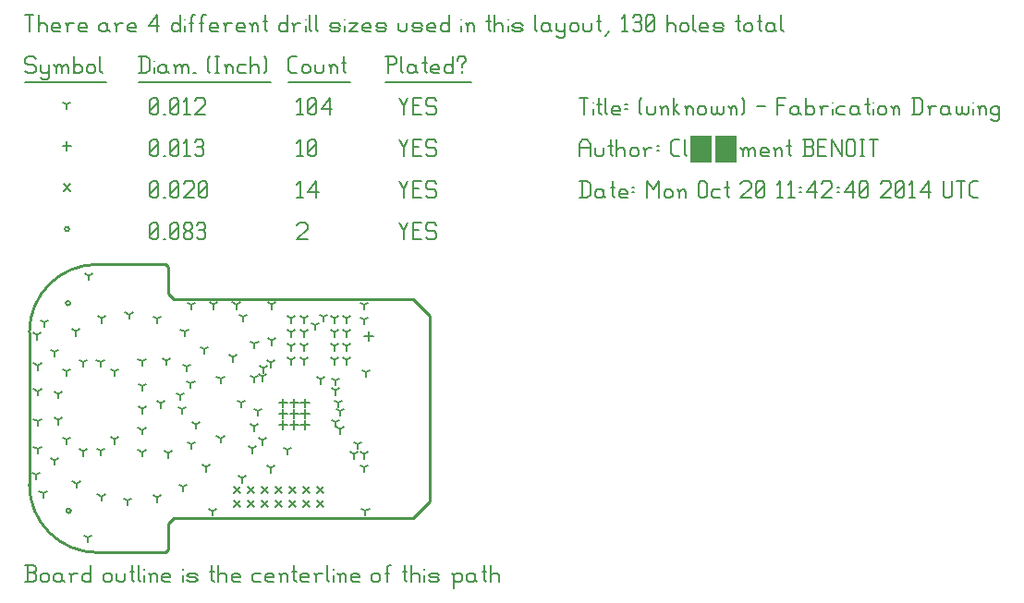
<source format=gbr>
G04 start of page 10 for group -3984 idx -3984 *
G04 Title: (unknown), fab *
G04 Creator: pcb 20140316 *
G04 CreationDate: Mon Oct 20 11:42:40 2014 UTC *
G04 For: clemi *
G04 Format: Gerber/RS-274X *
G04 PCB-Dimensions (mil): 1470.00 1065.00 *
G04 PCB-Coordinate-Origin: lower left *
%MOIN*%
%FSLAX25Y25*%
%LNFAB*%
%ADD92C,0.0001*%
%ADD91C,0.0100*%
%ADD90C,0.0075*%
%ADD89C,0.0060*%
%ADD88R,0.0080X0.0080*%
G54D88*X14700Y91000D02*G75*G03X16300Y91000I800J0D01*G01*
G75*G03X14700Y91000I-800J0D01*G01*
X14800Y16000D02*G75*G03X16400Y16000I800J0D01*G01*
G75*G03X14800Y16000I-800J0D01*G01*
X14200Y117750D02*G75*G03X15800Y117750I800J0D01*G01*
G75*G03X14200Y117750I-800J0D01*G01*
G54D89*X135000Y120000D02*X136500Y117000D01*
X138000Y120000D01*
X136500Y117000D02*Y114000D01*
X139800Y117300D02*X142050D01*
X139800Y114000D02*X142800D01*
X139800Y120000D02*Y114000D01*
Y120000D02*X142800D01*
X147600D02*X148350Y119250D01*
X145350Y120000D02*X147600D01*
X144600Y119250D02*X145350Y120000D01*
X144600Y119250D02*Y117750D01*
X145350Y117000D01*
X147600D01*
X148350Y116250D01*
Y114750D01*
X147600Y114000D02*X148350Y114750D01*
X145350Y114000D02*X147600D01*
X144600Y114750D02*X145350Y114000D01*
X98000Y119250D02*X98750Y120000D01*
X101000D01*
X101750Y119250D01*
Y117750D01*
X98000Y114000D02*X101750Y117750D01*
X98000Y114000D02*X101750D01*
X45000Y114750D02*X45750Y114000D01*
X45000Y119250D02*Y114750D01*
Y119250D02*X45750Y120000D01*
X47250D01*
X48000Y119250D01*
Y114750D01*
X47250Y114000D02*X48000Y114750D01*
X45750Y114000D02*X47250D01*
X45000Y115500D02*X48000Y118500D01*
X49800Y114000D02*X50550D01*
X52350Y114750D02*X53100Y114000D01*
X52350Y119250D02*Y114750D01*
Y119250D02*X53100Y120000D01*
X54600D01*
X55350Y119250D01*
Y114750D01*
X54600Y114000D02*X55350Y114750D01*
X53100Y114000D02*X54600D01*
X52350Y115500D02*X55350Y118500D01*
X57150Y114750D02*X57900Y114000D01*
X57150Y115950D02*Y114750D01*
Y115950D02*X58200Y117000D01*
X59100D01*
X60150Y115950D01*
Y114750D01*
X59400Y114000D02*X60150Y114750D01*
X57900Y114000D02*X59400D01*
X57150Y118050D02*X58200Y117000D01*
X57150Y119250D02*Y118050D01*
Y119250D02*X57900Y120000D01*
X59400D01*
X60150Y119250D01*
Y118050D01*
X59100Y117000D02*X60150Y118050D01*
X61950Y119250D02*X62700Y120000D01*
X64200D01*
X64950Y119250D01*
X64200Y114000D02*X64950Y114750D01*
X62700Y114000D02*X64200D01*
X61950Y114750D02*X62700Y114000D01*
Y117300D02*X64200D01*
X64950Y119250D02*Y118050D01*
Y116550D02*Y114750D01*
Y116550D02*X64200Y117300D01*
X64950Y118050D02*X64200Y117300D01*
X75300Y19700D02*X77700Y17300D01*
X75300D02*X77700Y19700D01*
X80300D02*X82700Y17300D01*
X80300D02*X82700Y19700D01*
X85300D02*X87700Y17300D01*
X85300D02*X87700Y19700D01*
X90300D02*X92700Y17300D01*
X90300D02*X92700Y19700D01*
X95300D02*X97700Y17300D01*
X95300D02*X97700Y19700D01*
X100300D02*X102700Y17300D01*
X100300D02*X102700Y19700D01*
X105300D02*X107700Y17300D01*
X105300D02*X107700Y19700D01*
X105300Y24700D02*X107700Y22300D01*
X105300D02*X107700Y24700D01*
X100300D02*X102700Y22300D01*
X100300D02*X102700Y24700D01*
X95300D02*X97700Y22300D01*
X95300D02*X97700Y24700D01*
X90300D02*X92700Y22300D01*
X90300D02*X92700Y24700D01*
X85300D02*X87700Y22300D01*
X85300D02*X87700Y24700D01*
X80300D02*X82700Y22300D01*
X80300D02*X82700Y24700D01*
X75300D02*X77700Y22300D01*
X75300D02*X77700Y24700D01*
X13800Y133950D02*X16200Y131550D01*
X13800D02*X16200Y133950D01*
X135000Y135000D02*X136500Y132000D01*
X138000Y135000D01*
X136500Y132000D02*Y129000D01*
X139800Y132300D02*X142050D01*
X139800Y129000D02*X142800D01*
X139800Y135000D02*Y129000D01*
Y135000D02*X142800D01*
X147600D02*X148350Y134250D01*
X145350Y135000D02*X147600D01*
X144600Y134250D02*X145350Y135000D01*
X144600Y134250D02*Y132750D01*
X145350Y132000D01*
X147600D01*
X148350Y131250D01*
Y129750D01*
X147600Y129000D02*X148350Y129750D01*
X145350Y129000D02*X147600D01*
X144600Y129750D02*X145350Y129000D01*
X98000Y133800D02*X99200Y135000D01*
Y129000D01*
X98000D02*X100250D01*
X102050Y131250D02*X105050Y135000D01*
X102050Y131250D02*X105800D01*
X105050Y135000D02*Y129000D01*
X45000Y129750D02*X45750Y129000D01*
X45000Y134250D02*Y129750D01*
Y134250D02*X45750Y135000D01*
X47250D01*
X48000Y134250D01*
Y129750D01*
X47250Y129000D02*X48000Y129750D01*
X45750Y129000D02*X47250D01*
X45000Y130500D02*X48000Y133500D01*
X49800Y129000D02*X50550D01*
X52350Y129750D02*X53100Y129000D01*
X52350Y134250D02*Y129750D01*
Y134250D02*X53100Y135000D01*
X54600D01*
X55350Y134250D01*
Y129750D01*
X54600Y129000D02*X55350Y129750D01*
X53100Y129000D02*X54600D01*
X52350Y130500D02*X55350Y133500D01*
X57150Y134250D02*X57900Y135000D01*
X60150D01*
X60900Y134250D01*
Y132750D01*
X57150Y129000D02*X60900Y132750D01*
X57150Y129000D02*X60900D01*
X62700Y129750D02*X63450Y129000D01*
X62700Y134250D02*Y129750D01*
Y134250D02*X63450Y135000D01*
X64950D01*
X65700Y134250D01*
Y129750D01*
X64950Y129000D02*X65700Y129750D01*
X63450Y129000D02*X64950D01*
X62700Y130500D02*X65700Y133500D01*
X123839Y80600D02*Y77400D01*
X122239Y79000D02*X125439D01*
X100937Y56537D02*Y53337D01*
X99337Y54937D02*X102537D01*
X97000Y56537D02*Y53337D01*
X95400Y54937D02*X98600D01*
X93063Y56537D02*Y53337D01*
X91463Y54937D02*X94663D01*
X100937Y52600D02*Y49400D01*
X99337Y51000D02*X102537D01*
X97000Y52600D02*Y49400D01*
X95400Y51000D02*X98600D01*
X93063Y52600D02*Y49400D01*
X91463Y51000D02*X94663D01*
X100937Y48663D02*Y45463D01*
X99337Y47063D02*X102537D01*
X97000Y48663D02*Y45463D01*
X95400Y47063D02*X98600D01*
X93063Y48663D02*Y45463D01*
X91463Y47063D02*X94663D01*
X15000Y149350D02*Y146150D01*
X13400Y147750D02*X16600D01*
X135000Y150000D02*X136500Y147000D01*
X138000Y150000D01*
X136500Y147000D02*Y144000D01*
X139800Y147300D02*X142050D01*
X139800Y144000D02*X142800D01*
X139800Y150000D02*Y144000D01*
Y150000D02*X142800D01*
X147600D02*X148350Y149250D01*
X145350Y150000D02*X147600D01*
X144600Y149250D02*X145350Y150000D01*
X144600Y149250D02*Y147750D01*
X145350Y147000D01*
X147600D01*
X148350Y146250D01*
Y144750D01*
X147600Y144000D02*X148350Y144750D01*
X145350Y144000D02*X147600D01*
X144600Y144750D02*X145350Y144000D01*
X98000Y148800D02*X99200Y150000D01*
Y144000D01*
X98000D02*X100250D01*
X102050Y144750D02*X102800Y144000D01*
X102050Y149250D02*Y144750D01*
Y149250D02*X102800Y150000D01*
X104300D01*
X105050Y149250D01*
Y144750D01*
X104300Y144000D02*X105050Y144750D01*
X102800Y144000D02*X104300D01*
X102050Y145500D02*X105050Y148500D01*
X45000Y144750D02*X45750Y144000D01*
X45000Y149250D02*Y144750D01*
Y149250D02*X45750Y150000D01*
X47250D01*
X48000Y149250D01*
Y144750D01*
X47250Y144000D02*X48000Y144750D01*
X45750Y144000D02*X47250D01*
X45000Y145500D02*X48000Y148500D01*
X49800Y144000D02*X50550D01*
X52350Y144750D02*X53100Y144000D01*
X52350Y149250D02*Y144750D01*
Y149250D02*X53100Y150000D01*
X54600D01*
X55350Y149250D01*
Y144750D01*
X54600Y144000D02*X55350Y144750D01*
X53100Y144000D02*X54600D01*
X52350Y145500D02*X55350Y148500D01*
X57150Y148800D02*X58350Y150000D01*
Y144000D01*
X57150D02*X59400D01*
X61200Y149250D02*X61950Y150000D01*
X63450D01*
X64200Y149250D01*
X63450Y144000D02*X64200Y144750D01*
X61950Y144000D02*X63450D01*
X61200Y144750D02*X61950Y144000D01*
Y147300D02*X63450D01*
X64200Y149250D02*Y148050D01*
Y146550D02*Y144750D01*
Y146550D02*X63450Y147300D01*
X64200Y148050D02*X63450Y147300D01*
X104500Y83000D02*Y81400D01*
Y83000D02*X105887Y83800D01*
X104500Y83000D02*X103113Y83800D01*
X107500Y86000D02*Y84400D01*
Y86000D02*X108887Y86800D01*
X107500Y86000D02*X106113Y86800D01*
X94500Y38000D02*Y36400D01*
Y38000D02*X95887Y38800D01*
X94500Y38000D02*X93113Y38800D01*
X82000Y38500D02*Y36900D01*
Y38500D02*X83387Y39300D01*
X82000Y38500D02*X80613Y39300D01*
X118500Y36500D02*Y34900D01*
Y36500D02*X119887Y37300D01*
X118500Y36500D02*X117113Y37300D01*
X82500Y64000D02*Y62400D01*
Y64000D02*X83887Y64800D01*
X82500Y64000D02*X81113Y64800D01*
X112000Y63000D02*Y61400D01*
Y63000D02*X113387Y63800D01*
X112000Y63000D02*X110613Y63800D01*
X113000Y55000D02*Y53400D01*
Y55000D02*X114387Y55800D01*
X113000Y55000D02*X111613Y55800D01*
X113500Y52000D02*Y50400D01*
Y52000D02*X114887Y52800D01*
X113500Y52000D02*X112113Y52800D01*
X84000Y52000D02*Y50400D01*
Y52000D02*X85387Y52800D01*
X84000Y52000D02*X82613Y52800D01*
X78500Y86000D02*Y84400D01*
Y86000D02*X79887Y86800D01*
X78500Y86000D02*X77113Y86800D01*
X86000Y67500D02*Y65900D01*
Y67500D02*X87387Y68300D01*
X86000Y67500D02*X84613Y68300D01*
X88500Y69500D02*Y67900D01*
Y69500D02*X89887Y70300D01*
X88500Y69500D02*X87113Y70300D01*
X85500Y64500D02*Y62900D01*
Y64500D02*X86887Y65300D01*
X85500Y64500D02*X84113Y65300D01*
X106500Y63500D02*Y61900D01*
Y63500D02*X107887Y64300D01*
X106500Y63500D02*X105113Y64300D01*
X89000Y77500D02*Y75900D01*
Y77500D02*X90387Y78300D01*
X89000Y77500D02*X87613Y78300D01*
X112000Y59500D02*Y57900D01*
Y59500D02*X113387Y60300D01*
X112000Y59500D02*X110613Y60300D01*
X96000Y80500D02*Y78900D01*
Y80500D02*X97387Y81300D01*
X96000Y80500D02*X94613Y81300D01*
X96000Y70500D02*Y68900D01*
Y70500D02*X97387Y71300D01*
X96000Y70500D02*X94613Y71300D01*
X96000Y75500D02*Y73900D01*
Y75500D02*X97387Y76300D01*
X96000Y75500D02*X94613Y76300D01*
X96000Y85500D02*Y83900D01*
Y85500D02*X97387Y86300D01*
X96000Y85500D02*X94613Y86300D01*
X100500Y85500D02*Y83900D01*
Y85500D02*X101887Y86300D01*
X100500Y85500D02*X99113Y86300D01*
X100500Y80500D02*Y78900D01*
Y80500D02*X101887Y81300D01*
X100500Y80500D02*X99113Y81300D01*
X100500Y75500D02*Y73900D01*
Y75500D02*X101887Y76300D01*
X100500Y75500D02*X99113Y76300D01*
X100500Y70500D02*Y68900D01*
Y70500D02*X101887Y71300D01*
X100500Y70500D02*X99113Y71300D01*
X111500Y85500D02*Y83900D01*
Y85500D02*X112887Y86300D01*
X111500Y85500D02*X110113Y86300D01*
X116000Y85500D02*Y83900D01*
Y85500D02*X117387Y86300D01*
X116000Y85500D02*X114613Y86300D01*
X116000Y75500D02*Y73900D01*
Y75500D02*X117387Y76300D01*
X116000Y75500D02*X114613Y76300D01*
X111500Y80500D02*Y78900D01*
Y80500D02*X112887Y81300D01*
X111500Y80500D02*X110113Y81300D01*
X111500Y75500D02*Y73900D01*
Y75500D02*X112887Y76300D01*
X111500Y75500D02*X110113Y76300D01*
X116000Y70500D02*Y68900D01*
Y70500D02*X117387Y71300D01*
X116000Y70500D02*X114613Y71300D01*
X116000Y80500D02*Y78900D01*
Y80500D02*X117387Y81300D01*
X116000Y80500D02*X114613Y81300D01*
X111500Y70500D02*Y68900D01*
Y70500D02*X112887Y71300D01*
X111500Y70500D02*X110113Y71300D01*
X113500Y45500D02*Y43900D01*
Y45500D02*X114887Y46300D01*
X113500Y45500D02*X112113Y46300D01*
X85500Y41500D02*Y39900D01*
Y41500D02*X86887Y42300D01*
X85500Y41500D02*X84113Y42300D01*
X82500Y46500D02*Y44900D01*
Y46500D02*X83887Y47300D01*
X82500Y46500D02*X81113Y47300D01*
X88500Y31500D02*Y29900D01*
Y31500D02*X89887Y32300D01*
X88500Y31500D02*X87113Y32300D01*
X78000Y55000D02*Y53400D01*
Y55000D02*X79387Y55800D01*
X78000Y55000D02*X76613Y55800D01*
X112000Y48000D02*Y46400D01*
Y48000D02*X113387Y48800D01*
X112000Y48000D02*X110613Y48800D01*
X120000Y40000D02*Y38400D01*
Y40000D02*X121387Y40800D01*
X120000Y40000D02*X118613Y40800D01*
X75000Y71500D02*Y69900D01*
Y71500D02*X76387Y72300D01*
X75000Y71500D02*X73613Y72300D01*
X123000Y66000D02*Y64400D01*
Y66000D02*X124387Y66800D01*
X123000Y66000D02*X121613Y66800D01*
X82700Y76400D02*Y74800D01*
Y76400D02*X84087Y77200D01*
X82700Y76400D02*X81313Y77200D01*
X32200Y66400D02*Y64800D01*
Y66400D02*X33587Y67200D01*
X32200Y66400D02*X30813Y67200D01*
X27100Y69700D02*Y68100D01*
Y69700D02*X28487Y70500D01*
X27100Y69700D02*X25713Y70500D01*
X20800Y69700D02*Y68100D01*
Y69700D02*X22187Y70500D01*
X20800Y69700D02*X19413Y70500D01*
X14900Y66300D02*Y64700D01*
Y66300D02*X16287Y67100D01*
X14900Y66300D02*X13513Y67100D01*
X12000Y58200D02*Y56600D01*
Y58200D02*X13387Y59000D01*
X12000Y58200D02*X10613Y59000D01*
X11800Y48800D02*Y47200D01*
Y48800D02*X13187Y49600D01*
X11800Y48800D02*X10413Y49600D01*
X14900Y41600D02*Y40000D01*
Y41600D02*X16287Y42400D01*
X14900Y41600D02*X13513Y42400D01*
X20800Y37500D02*Y35900D01*
Y37500D02*X22187Y38300D01*
X20800Y37500D02*X19413Y38300D01*
X27300Y37600D02*Y36000D01*
Y37600D02*X28687Y38400D01*
X27300Y37600D02*X25913Y38400D01*
X32200Y41800D02*Y40200D01*
Y41800D02*X33587Y42600D01*
X32200Y41800D02*X30813Y42600D01*
X42200Y61000D02*Y59400D01*
Y61000D02*X43587Y61800D01*
X42200Y61000D02*X40813Y61800D01*
X42300Y52800D02*Y51200D01*
Y52800D02*X43687Y53600D01*
X42300Y52800D02*X40913Y53600D01*
X42100Y45200D02*Y43600D01*
Y45200D02*X43487Y46000D01*
X42100Y45200D02*X40713Y46000D01*
X42100Y37200D02*Y35600D01*
Y37200D02*X43487Y38000D01*
X42100Y37200D02*X40713Y38000D01*
X51500Y36800D02*Y35200D01*
Y36800D02*X52887Y37600D01*
X51500Y36800D02*X50113Y37600D01*
X60000Y40000D02*Y38400D01*
Y40000D02*X61387Y40800D01*
X60000Y40000D02*X58613Y40800D01*
X61600Y47200D02*Y45600D01*
Y47200D02*X62987Y48000D01*
X61600Y47200D02*X60213Y48000D01*
X56600Y52600D02*Y51000D01*
Y52600D02*X57987Y53400D01*
X56600Y52600D02*X55213Y53400D01*
X48800Y54800D02*Y53200D01*
Y54800D02*X50187Y55600D01*
X48800Y54800D02*X47413Y55600D01*
X55800Y57600D02*Y56000D01*
Y57600D02*X57187Y58400D01*
X55800Y57600D02*X54413Y58400D01*
X59700Y62000D02*Y60400D01*
Y62000D02*X61087Y62800D01*
X59700Y62000D02*X58313Y62800D01*
X58200Y68100D02*Y66500D01*
Y68100D02*X59587Y68900D01*
X58200Y68100D02*X56813Y68900D01*
X51000Y70200D02*Y68600D01*
Y70200D02*X52387Y71000D01*
X51000Y70200D02*X49613Y71000D01*
X42100Y70000D02*Y68400D01*
Y70000D02*X43487Y70800D01*
X42100Y70000D02*X40713Y70800D01*
X60000Y90400D02*Y88800D01*
Y90400D02*X61387Y91200D01*
X60000Y90400D02*X58613Y91200D01*
X68000Y90500D02*Y88900D01*
Y90500D02*X69387Y91300D01*
X68000Y90500D02*X66613Y91300D01*
X76100Y90500D02*Y88900D01*
Y90500D02*X77487Y91300D01*
X76100Y90500D02*X74713Y91300D01*
X88900Y90500D02*Y88900D01*
Y90500D02*X90287Y91300D01*
X88900Y90500D02*X87513Y91300D01*
X122300Y90400D02*Y88800D01*
Y90400D02*X123687Y91200D01*
X122300Y90400D02*X120913Y91200D01*
X122300Y85000D02*Y83400D01*
Y85000D02*X123687Y85800D01*
X122300Y85000D02*X120913Y85800D01*
X122200Y36500D02*Y34900D01*
Y36500D02*X123587Y37300D01*
X122200Y36500D02*X120813Y37300D01*
X122200Y31600D02*Y30000D01*
Y31600D02*X123587Y32400D01*
X122200Y31600D02*X120813Y32400D01*
X122700Y16000D02*Y14400D01*
Y16000D02*X124087Y16800D01*
X122700Y16000D02*X121313Y16800D01*
X67600Y15900D02*Y14300D01*
Y15900D02*X68987Y16700D01*
X67600Y15900D02*X66213Y16700D01*
X22800Y100900D02*Y99300D01*
Y100900D02*X24187Y101700D01*
X22800Y100900D02*X21413Y101700D01*
X22600Y6300D02*Y4700D01*
Y6300D02*X23987Y7100D01*
X22600Y6300D02*X21213Y7100D01*
X3900Y29000D02*Y27400D01*
Y29000D02*X5287Y29800D01*
X3900Y29000D02*X2513Y29800D01*
X4400Y38300D02*Y36700D01*
Y38300D02*X5787Y39100D01*
X4400Y38300D02*X3013Y39100D01*
X4400Y48400D02*Y46800D01*
Y48400D02*X5787Y49200D01*
X4400Y48400D02*X3013Y49200D01*
X4400Y59200D02*Y57600D01*
Y59200D02*X5787Y60000D01*
X4400Y59200D02*X3013Y60000D01*
X4400Y68500D02*Y66900D01*
Y68500D02*X5787Y69300D01*
X4400Y68500D02*X3013Y69300D01*
X7000Y84100D02*Y82500D01*
Y84100D02*X8387Y84900D01*
X7000Y84100D02*X5613Y84900D01*
X37400Y86900D02*Y85300D01*
Y86900D02*X38787Y87700D01*
X37400Y86900D02*X36013Y87700D01*
X47500Y85400D02*Y83800D01*
Y85400D02*X48887Y86200D01*
X47500Y85400D02*X46113Y86200D01*
X57400Y80700D02*Y79100D01*
Y80700D02*X58787Y81500D01*
X57400Y80700D02*X56013Y81500D01*
X64600Y74400D02*Y72800D01*
Y74400D02*X65987Y75200D01*
X64600Y74400D02*X63213Y75200D01*
X70400Y63600D02*Y62000D01*
Y63600D02*X71787Y64400D01*
X70400Y63600D02*X69013Y64400D01*
X70400Y42200D02*Y40600D01*
Y42200D02*X71787Y43000D01*
X70400Y42200D02*X69013Y43000D01*
X65200Y31800D02*Y30200D01*
Y31800D02*X66587Y32600D01*
X65200Y31800D02*X63813Y32600D01*
X57000Y24700D02*Y23100D01*
Y24700D02*X58387Y25500D01*
X57000Y24700D02*X55613Y25500D01*
X47500Y20800D02*Y19200D01*
Y20800D02*X48887Y21600D01*
X47500Y20800D02*X46113Y21600D01*
X36900Y19700D02*Y18100D01*
Y19700D02*X38287Y20500D01*
X36900Y19700D02*X35513Y20500D01*
X10600Y73400D02*Y71800D01*
Y73400D02*X11987Y74200D01*
X10600Y73400D02*X9213Y74200D01*
X18200Y80800D02*Y79200D01*
Y80800D02*X19587Y81600D01*
X18200Y80800D02*X16813Y81600D01*
X27600Y85500D02*Y83900D01*
Y85500D02*X28987Y86300D01*
X27600Y85500D02*X26213Y86300D01*
X27400Y21200D02*Y19600D01*
Y21200D02*X28787Y22000D01*
X27400Y21200D02*X26013Y22000D01*
X18400Y25900D02*Y24300D01*
Y25900D02*X19787Y26700D01*
X18400Y25900D02*X17013Y26700D01*
X10500Y34200D02*Y32600D01*
Y34200D02*X11887Y35000D01*
X10500Y34200D02*X9113Y35000D01*
X78300Y27800D02*Y26200D01*
Y27800D02*X79687Y28600D01*
X78300Y27800D02*X76913Y28600D01*
X6400Y22300D02*Y20700D01*
Y22300D02*X7787Y23100D01*
X6400Y22300D02*X5013Y23100D01*
X4200Y79500D02*Y77900D01*
Y79500D02*X5587Y80300D01*
X4200Y79500D02*X2813Y80300D01*
X15000Y162750D02*Y161150D01*
Y162750D02*X16387Y163550D01*
X15000Y162750D02*X13613Y163550D01*
X135000Y165000D02*X136500Y162000D01*
X138000Y165000D01*
X136500Y162000D02*Y159000D01*
X139800Y162300D02*X142050D01*
X139800Y159000D02*X142800D01*
X139800Y165000D02*Y159000D01*
Y165000D02*X142800D01*
X147600D02*X148350Y164250D01*
X145350Y165000D02*X147600D01*
X144600Y164250D02*X145350Y165000D01*
X144600Y164250D02*Y162750D01*
X145350Y162000D01*
X147600D01*
X148350Y161250D01*
Y159750D01*
X147600Y159000D02*X148350Y159750D01*
X145350Y159000D02*X147600D01*
X144600Y159750D02*X145350Y159000D01*
X98000Y163800D02*X99200Y165000D01*
Y159000D01*
X98000D02*X100250D01*
X102050Y159750D02*X102800Y159000D01*
X102050Y164250D02*Y159750D01*
Y164250D02*X102800Y165000D01*
X104300D01*
X105050Y164250D01*
Y159750D01*
X104300Y159000D02*X105050Y159750D01*
X102800Y159000D02*X104300D01*
X102050Y160500D02*X105050Y163500D01*
X106850Y161250D02*X109850Y165000D01*
X106850Y161250D02*X110600D01*
X109850Y165000D02*Y159000D01*
X45000Y159750D02*X45750Y159000D01*
X45000Y164250D02*Y159750D01*
Y164250D02*X45750Y165000D01*
X47250D01*
X48000Y164250D01*
Y159750D01*
X47250Y159000D02*X48000Y159750D01*
X45750Y159000D02*X47250D01*
X45000Y160500D02*X48000Y163500D01*
X49800Y159000D02*X50550D01*
X52350Y159750D02*X53100Y159000D01*
X52350Y164250D02*Y159750D01*
Y164250D02*X53100Y165000D01*
X54600D01*
X55350Y164250D01*
Y159750D01*
X54600Y159000D02*X55350Y159750D01*
X53100Y159000D02*X54600D01*
X52350Y160500D02*X55350Y163500D01*
X57150Y163800D02*X58350Y165000D01*
Y159000D01*
X57150D02*X59400D01*
X61200Y164250D02*X61950Y165000D01*
X64200D01*
X64950Y164250D01*
Y162750D01*
X61200Y159000D02*X64950Y162750D01*
X61200Y159000D02*X64950D01*
X3000Y180000D02*X3750Y179250D01*
X750Y180000D02*X3000D01*
X0Y179250D02*X750Y180000D01*
X0Y179250D02*Y177750D01*
X750Y177000D01*
X3000D01*
X3750Y176250D01*
Y174750D01*
X3000Y174000D02*X3750Y174750D01*
X750Y174000D02*X3000D01*
X0Y174750D02*X750Y174000D01*
X5550Y177000D02*Y174750D01*
X6300Y174000D01*
X8550Y177000D02*Y172500D01*
X7800Y171750D02*X8550Y172500D01*
X6300Y171750D02*X7800D01*
X5550Y172500D02*X6300Y171750D01*
Y174000D02*X7800D01*
X8550Y174750D01*
X11100Y176250D02*Y174000D01*
Y176250D02*X11850Y177000D01*
X12600D01*
X13350Y176250D01*
Y174000D01*
Y176250D02*X14100Y177000D01*
X14850D01*
X15600Y176250D01*
Y174000D01*
X10350Y177000D02*X11100Y176250D01*
X17400Y180000D02*Y174000D01*
Y174750D02*X18150Y174000D01*
X19650D01*
X20400Y174750D01*
Y176250D02*Y174750D01*
X19650Y177000D02*X20400Y176250D01*
X18150Y177000D02*X19650D01*
X17400Y176250D02*X18150Y177000D01*
X22200Y176250D02*Y174750D01*
Y176250D02*X22950Y177000D01*
X24450D01*
X25200Y176250D01*
Y174750D01*
X24450Y174000D02*X25200Y174750D01*
X22950Y174000D02*X24450D01*
X22200Y174750D02*X22950Y174000D01*
X27000Y180000D02*Y174750D01*
X27750Y174000D01*
X0Y170750D02*X29250D01*
X41750Y180000D02*Y174000D01*
X43700Y180000D02*X44750Y178950D01*
Y175050D01*
X43700Y174000D02*X44750Y175050D01*
X41000Y174000D02*X43700D01*
X41000Y180000D02*X43700D01*
G54D90*X46550Y178500D02*Y178350D01*
G54D89*Y176250D02*Y174000D01*
X50300Y177000D02*X51050Y176250D01*
X48800Y177000D02*X50300D01*
X48050Y176250D02*X48800Y177000D01*
X48050Y176250D02*Y174750D01*
X48800Y174000D01*
X51050Y177000D02*Y174750D01*
X51800Y174000D01*
X48800D02*X50300D01*
X51050Y174750D01*
X54350Y176250D02*Y174000D01*
Y176250D02*X55100Y177000D01*
X55850D01*
X56600Y176250D01*
Y174000D01*
Y176250D02*X57350Y177000D01*
X58100D01*
X58850Y176250D01*
Y174000D01*
X53600Y177000D02*X54350Y176250D01*
X60650Y174000D02*X61400D01*
X65900Y174750D02*X66650Y174000D01*
X65900Y179250D02*X66650Y180000D01*
X65900Y179250D02*Y174750D01*
X68450Y180000D02*X69950D01*
X69200D02*Y174000D01*
X68450D02*X69950D01*
X72500Y176250D02*Y174000D01*
Y176250D02*X73250Y177000D01*
X74000D01*
X74750Y176250D01*
Y174000D01*
X71750Y177000D02*X72500Y176250D01*
X77300Y177000D02*X79550D01*
X76550Y176250D02*X77300Y177000D01*
X76550Y176250D02*Y174750D01*
X77300Y174000D01*
X79550D01*
X81350Y180000D02*Y174000D01*
Y176250D02*X82100Y177000D01*
X83600D01*
X84350Y176250D01*
Y174000D01*
X86150Y180000D02*X86900Y179250D01*
Y174750D01*
X86150Y174000D02*X86900Y174750D01*
X41000Y170750D02*X88700D01*
X96050Y174000D02*X98000D01*
X95000Y175050D02*X96050Y174000D01*
X95000Y178950D02*Y175050D01*
Y178950D02*X96050Y180000D01*
X98000D01*
X99800Y176250D02*Y174750D01*
Y176250D02*X100550Y177000D01*
X102050D01*
X102800Y176250D01*
Y174750D01*
X102050Y174000D02*X102800Y174750D01*
X100550Y174000D02*X102050D01*
X99800Y174750D02*X100550Y174000D01*
X104600Y177000D02*Y174750D01*
X105350Y174000D01*
X106850D01*
X107600Y174750D01*
Y177000D02*Y174750D01*
X110150Y176250D02*Y174000D01*
Y176250D02*X110900Y177000D01*
X111650D01*
X112400Y176250D01*
Y174000D01*
X109400Y177000D02*X110150Y176250D01*
X114950Y180000D02*Y174750D01*
X115700Y174000D01*
X114200Y177750D02*X115700D01*
X95000Y170750D02*X117200D01*
X130750Y180000D02*Y174000D01*
X130000Y180000D02*X133000D01*
X133750Y179250D01*
Y177750D01*
X133000Y177000D02*X133750Y177750D01*
X130750Y177000D02*X133000D01*
X135550Y180000D02*Y174750D01*
X136300Y174000D01*
X140050Y177000D02*X140800Y176250D01*
X138550Y177000D02*X140050D01*
X137800Y176250D02*X138550Y177000D01*
X137800Y176250D02*Y174750D01*
X138550Y174000D01*
X140800Y177000D02*Y174750D01*
X141550Y174000D01*
X138550D02*X140050D01*
X140800Y174750D01*
X144100Y180000D02*Y174750D01*
X144850Y174000D01*
X143350Y177750D02*X144850D01*
X147100Y174000D02*X149350D01*
X146350Y174750D02*X147100Y174000D01*
X146350Y176250D02*Y174750D01*
Y176250D02*X147100Y177000D01*
X148600D01*
X149350Y176250D01*
X146350Y175500D02*X149350D01*
Y176250D02*Y175500D01*
X154150Y180000D02*Y174000D01*
X153400D02*X154150Y174750D01*
X151900Y174000D02*X153400D01*
X151150Y174750D02*X151900Y174000D01*
X151150Y176250D02*Y174750D01*
Y176250D02*X151900Y177000D01*
X153400D01*
X154150Y176250D01*
X157450Y177000D02*Y176250D01*
Y174750D02*Y174000D01*
X155950Y179250D02*Y178500D01*
Y179250D02*X156700Y180000D01*
X158200D01*
X158950Y179250D01*
Y178500D01*
X157450Y177000D02*X158950Y178500D01*
X130000Y170750D02*X160750D01*
X0Y195000D02*X3000D01*
X1500D02*Y189000D01*
X4800Y195000D02*Y189000D01*
Y191250D02*X5550Y192000D01*
X7050D01*
X7800Y191250D01*
Y189000D01*
X10350D02*X12600D01*
X9600Y189750D02*X10350Y189000D01*
X9600Y191250D02*Y189750D01*
Y191250D02*X10350Y192000D01*
X11850D01*
X12600Y191250D01*
X9600Y190500D02*X12600D01*
Y191250D02*Y190500D01*
X15150Y191250D02*Y189000D01*
Y191250D02*X15900Y192000D01*
X17400D01*
X14400D02*X15150Y191250D01*
X19950Y189000D02*X22200D01*
X19200Y189750D02*X19950Y189000D01*
X19200Y191250D02*Y189750D01*
Y191250D02*X19950Y192000D01*
X21450D01*
X22200Y191250D01*
X19200Y190500D02*X22200D01*
Y191250D02*Y190500D01*
X28950Y192000D02*X29700Y191250D01*
X27450Y192000D02*X28950D01*
X26700Y191250D02*X27450Y192000D01*
X26700Y191250D02*Y189750D01*
X27450Y189000D01*
X29700Y192000D02*Y189750D01*
X30450Y189000D01*
X27450D02*X28950D01*
X29700Y189750D01*
X33000Y191250D02*Y189000D01*
Y191250D02*X33750Y192000D01*
X35250D01*
X32250D02*X33000Y191250D01*
X37800Y189000D02*X40050D01*
X37050Y189750D02*X37800Y189000D01*
X37050Y191250D02*Y189750D01*
Y191250D02*X37800Y192000D01*
X39300D01*
X40050Y191250D01*
X37050Y190500D02*X40050D01*
Y191250D02*Y190500D01*
X44550Y191250D02*X47550Y195000D01*
X44550Y191250D02*X48300D01*
X47550Y195000D02*Y189000D01*
X55800Y195000D02*Y189000D01*
X55050D02*X55800Y189750D01*
X53550Y189000D02*X55050D01*
X52800Y189750D02*X53550Y189000D01*
X52800Y191250D02*Y189750D01*
Y191250D02*X53550Y192000D01*
X55050D01*
X55800Y191250D01*
G54D90*X57600Y193500D02*Y193350D01*
G54D89*Y191250D02*Y189000D01*
X59850Y194250D02*Y189000D01*
Y194250D02*X60600Y195000D01*
X61350D01*
X59100Y192000D02*X60600D01*
X63600Y194250D02*Y189000D01*
Y194250D02*X64350Y195000D01*
X65100D01*
X62850Y192000D02*X64350D01*
X67350Y189000D02*X69600D01*
X66600Y189750D02*X67350Y189000D01*
X66600Y191250D02*Y189750D01*
Y191250D02*X67350Y192000D01*
X68850D01*
X69600Y191250D01*
X66600Y190500D02*X69600D01*
Y191250D02*Y190500D01*
X72150Y191250D02*Y189000D01*
Y191250D02*X72900Y192000D01*
X74400D01*
X71400D02*X72150Y191250D01*
X76950Y189000D02*X79200D01*
X76200Y189750D02*X76950Y189000D01*
X76200Y191250D02*Y189750D01*
Y191250D02*X76950Y192000D01*
X78450D01*
X79200Y191250D01*
X76200Y190500D02*X79200D01*
Y191250D02*Y190500D01*
X81750Y191250D02*Y189000D01*
Y191250D02*X82500Y192000D01*
X83250D01*
X84000Y191250D01*
Y189000D01*
X81000Y192000D02*X81750Y191250D01*
X86550Y195000D02*Y189750D01*
X87300Y189000D01*
X85800Y192750D02*X87300D01*
X94500Y195000D02*Y189000D01*
X93750D02*X94500Y189750D01*
X92250Y189000D02*X93750D01*
X91500Y189750D02*X92250Y189000D01*
X91500Y191250D02*Y189750D01*
Y191250D02*X92250Y192000D01*
X93750D01*
X94500Y191250D01*
X97050D02*Y189000D01*
Y191250D02*X97800Y192000D01*
X99300D01*
X96300D02*X97050Y191250D01*
G54D90*X101100Y193500D02*Y193350D01*
G54D89*Y191250D02*Y189000D01*
X102600Y195000D02*Y189750D01*
X103350Y189000D01*
X104850Y195000D02*Y189750D01*
X105600Y189000D01*
X110550D02*X112800D01*
X113550Y189750D01*
X112800Y190500D02*X113550Y189750D01*
X110550Y190500D02*X112800D01*
X109800Y191250D02*X110550Y190500D01*
X109800Y191250D02*X110550Y192000D01*
X112800D01*
X113550Y191250D01*
X109800Y189750D02*X110550Y189000D01*
G54D90*X115350Y193500D02*Y193350D01*
G54D89*Y191250D02*Y189000D01*
X116850Y192000D02*X119850D01*
X116850Y189000D02*X119850Y192000D01*
X116850Y189000D02*X119850D01*
X122400D02*X124650D01*
X121650Y189750D02*X122400Y189000D01*
X121650Y191250D02*Y189750D01*
Y191250D02*X122400Y192000D01*
X123900D01*
X124650Y191250D01*
X121650Y190500D02*X124650D01*
Y191250D02*Y190500D01*
X127200Y189000D02*X129450D01*
X130200Y189750D01*
X129450Y190500D02*X130200Y189750D01*
X127200Y190500D02*X129450D01*
X126450Y191250D02*X127200Y190500D01*
X126450Y191250D02*X127200Y192000D01*
X129450D01*
X130200Y191250D01*
X126450Y189750D02*X127200Y189000D01*
X134700Y192000D02*Y189750D01*
X135450Y189000D01*
X136950D01*
X137700Y189750D01*
Y192000D02*Y189750D01*
X140250Y189000D02*X142500D01*
X143250Y189750D01*
X142500Y190500D02*X143250Y189750D01*
X140250Y190500D02*X142500D01*
X139500Y191250D02*X140250Y190500D01*
X139500Y191250D02*X140250Y192000D01*
X142500D01*
X143250Y191250D01*
X139500Y189750D02*X140250Y189000D01*
X145800D02*X148050D01*
X145050Y189750D02*X145800Y189000D01*
X145050Y191250D02*Y189750D01*
Y191250D02*X145800Y192000D01*
X147300D01*
X148050Y191250D01*
X145050Y190500D02*X148050D01*
Y191250D02*Y190500D01*
X152850Y195000D02*Y189000D01*
X152100D02*X152850Y189750D01*
X150600Y189000D02*X152100D01*
X149850Y189750D02*X150600Y189000D01*
X149850Y191250D02*Y189750D01*
Y191250D02*X150600Y192000D01*
X152100D01*
X152850Y191250D01*
G54D90*X157350Y193500D02*Y193350D01*
G54D89*Y191250D02*Y189000D01*
X159600Y191250D02*Y189000D01*
Y191250D02*X160350Y192000D01*
X161100D01*
X161850Y191250D01*
Y189000D01*
X158850Y192000D02*X159600Y191250D01*
X167100Y195000D02*Y189750D01*
X167850Y189000D01*
X166350Y192750D02*X167850D01*
X169350Y195000D02*Y189000D01*
Y191250D02*X170100Y192000D01*
X171600D01*
X172350Y191250D01*
Y189000D01*
G54D90*X174150Y193500D02*Y193350D01*
G54D89*Y191250D02*Y189000D01*
X176400D02*X178650D01*
X179400Y189750D01*
X178650Y190500D02*X179400Y189750D01*
X176400Y190500D02*X178650D01*
X175650Y191250D02*X176400Y190500D01*
X175650Y191250D02*X176400Y192000D01*
X178650D01*
X179400Y191250D01*
X175650Y189750D02*X176400Y189000D01*
X183900Y195000D02*Y189750D01*
X184650Y189000D01*
X188400Y192000D02*X189150Y191250D01*
X186900Y192000D02*X188400D01*
X186150Y191250D02*X186900Y192000D01*
X186150Y191250D02*Y189750D01*
X186900Y189000D01*
X189150Y192000D02*Y189750D01*
X189900Y189000D01*
X186900D02*X188400D01*
X189150Y189750D01*
X191700Y192000D02*Y189750D01*
X192450Y189000D01*
X194700Y192000D02*Y187500D01*
X193950Y186750D02*X194700Y187500D01*
X192450Y186750D02*X193950D01*
X191700Y187500D02*X192450Y186750D01*
Y189000D02*X193950D01*
X194700Y189750D01*
X196500Y191250D02*Y189750D01*
Y191250D02*X197250Y192000D01*
X198750D01*
X199500Y191250D01*
Y189750D01*
X198750Y189000D02*X199500Y189750D01*
X197250Y189000D02*X198750D01*
X196500Y189750D02*X197250Y189000D01*
X201300Y192000D02*Y189750D01*
X202050Y189000D01*
X203550D01*
X204300Y189750D01*
Y192000D02*Y189750D01*
X206850Y195000D02*Y189750D01*
X207600Y189000D01*
X206100Y192750D02*X207600D01*
X209100Y187500D02*X210600Y189000D01*
X215100Y193800D02*X216300Y195000D01*
Y189000D01*
X215100D02*X217350D01*
X219150Y194250D02*X219900Y195000D01*
X221400D01*
X222150Y194250D01*
X221400Y189000D02*X222150Y189750D01*
X219900Y189000D02*X221400D01*
X219150Y189750D02*X219900Y189000D01*
Y192300D02*X221400D01*
X222150Y194250D02*Y193050D01*
Y191550D02*Y189750D01*
Y191550D02*X221400Y192300D01*
X222150Y193050D02*X221400Y192300D01*
X223950Y189750D02*X224700Y189000D01*
X223950Y194250D02*Y189750D01*
Y194250D02*X224700Y195000D01*
X226200D01*
X226950Y194250D01*
Y189750D01*
X226200Y189000D02*X226950Y189750D01*
X224700Y189000D02*X226200D01*
X223950Y190500D02*X226950Y193500D01*
X231450Y195000D02*Y189000D01*
Y191250D02*X232200Y192000D01*
X233700D01*
X234450Y191250D01*
Y189000D01*
X236250Y191250D02*Y189750D01*
Y191250D02*X237000Y192000D01*
X238500D01*
X239250Y191250D01*
Y189750D01*
X238500Y189000D02*X239250Y189750D01*
X237000Y189000D02*X238500D01*
X236250Y189750D02*X237000Y189000D01*
X241050Y195000D02*Y189750D01*
X241800Y189000D01*
X244050D02*X246300D01*
X243300Y189750D02*X244050Y189000D01*
X243300Y191250D02*Y189750D01*
Y191250D02*X244050Y192000D01*
X245550D01*
X246300Y191250D01*
X243300Y190500D02*X246300D01*
Y191250D02*Y190500D01*
X248850Y189000D02*X251100D01*
X251850Y189750D01*
X251100Y190500D02*X251850Y189750D01*
X248850Y190500D02*X251100D01*
X248100Y191250D02*X248850Y190500D01*
X248100Y191250D02*X248850Y192000D01*
X251100D01*
X251850Y191250D01*
X248100Y189750D02*X248850Y189000D01*
X257100Y195000D02*Y189750D01*
X257850Y189000D01*
X256350Y192750D02*X257850D01*
X259350Y191250D02*Y189750D01*
Y191250D02*X260100Y192000D01*
X261600D01*
X262350Y191250D01*
Y189750D01*
X261600Y189000D02*X262350Y189750D01*
X260100Y189000D02*X261600D01*
X259350Y189750D02*X260100Y189000D01*
X264900Y195000D02*Y189750D01*
X265650Y189000D01*
X264150Y192750D02*X265650D01*
X269400Y192000D02*X270150Y191250D01*
X267900Y192000D02*X269400D01*
X267150Y191250D02*X267900Y192000D01*
X267150Y191250D02*Y189750D01*
X267900Y189000D01*
X270150Y192000D02*Y189750D01*
X270900Y189000D01*
X267900D02*X269400D01*
X270150Y189750D01*
X272700Y195000D02*Y189750D01*
X273450Y189000D01*
G54D91*X51500Y104000D02*Y94500D01*
X53500Y92500D01*
X140000D01*
X146000Y86500D01*
Y19500D01*
X140000Y13500D01*
X53500D01*
X51500Y11500D01*
Y2000D01*
X50500Y1000D01*
X26000D01*
X51500Y104000D02*X50500Y105000D01*
X26000D01*
X1500Y80500D02*Y25000D01*
X26000Y105000D02*G75*G03X1500Y80500I0J-24500D01*G01*
X26000Y1000D02*G75*G02X1500Y25500I0J24500D01*G01*
G54D89*X0Y-9500D02*X3000D01*
X3750Y-8750D01*
Y-6950D02*Y-8750D01*
X3000Y-6200D02*X3750Y-6950D01*
X750Y-6200D02*X3000D01*
X750Y-3500D02*Y-9500D01*
X0Y-3500D02*X3000D01*
X3750Y-4250D01*
Y-5450D01*
X3000Y-6200D02*X3750Y-5450D01*
X5550Y-7250D02*Y-8750D01*
Y-7250D02*X6300Y-6500D01*
X7800D01*
X8550Y-7250D01*
Y-8750D01*
X7800Y-9500D02*X8550Y-8750D01*
X6300Y-9500D02*X7800D01*
X5550Y-8750D02*X6300Y-9500D01*
X12600Y-6500D02*X13350Y-7250D01*
X11100Y-6500D02*X12600D01*
X10350Y-7250D02*X11100Y-6500D01*
X10350Y-7250D02*Y-8750D01*
X11100Y-9500D01*
X13350Y-6500D02*Y-8750D01*
X14100Y-9500D01*
X11100D02*X12600D01*
X13350Y-8750D01*
X16650Y-7250D02*Y-9500D01*
Y-7250D02*X17400Y-6500D01*
X18900D01*
X15900D02*X16650Y-7250D01*
X23700Y-3500D02*Y-9500D01*
X22950D02*X23700Y-8750D01*
X21450Y-9500D02*X22950D01*
X20700Y-8750D02*X21450Y-9500D01*
X20700Y-7250D02*Y-8750D01*
Y-7250D02*X21450Y-6500D01*
X22950D01*
X23700Y-7250D01*
X28200D02*Y-8750D01*
Y-7250D02*X28950Y-6500D01*
X30450D01*
X31200Y-7250D01*
Y-8750D01*
X30450Y-9500D02*X31200Y-8750D01*
X28950Y-9500D02*X30450D01*
X28200Y-8750D02*X28950Y-9500D01*
X33000Y-6500D02*Y-8750D01*
X33750Y-9500D01*
X35250D01*
X36000Y-8750D01*
Y-6500D02*Y-8750D01*
X38550Y-3500D02*Y-8750D01*
X39300Y-9500D01*
X37800Y-5750D02*X39300D01*
X40800Y-3500D02*Y-8750D01*
X41550Y-9500D01*
G54D90*X43050Y-5000D02*Y-5150D01*
G54D89*Y-7250D02*Y-9500D01*
X45300Y-7250D02*Y-9500D01*
Y-7250D02*X46050Y-6500D01*
X46800D01*
X47550Y-7250D01*
Y-9500D01*
X44550Y-6500D02*X45300Y-7250D01*
X50100Y-9500D02*X52350D01*
X49350Y-8750D02*X50100Y-9500D01*
X49350Y-7250D02*Y-8750D01*
Y-7250D02*X50100Y-6500D01*
X51600D01*
X52350Y-7250D01*
X49350Y-8000D02*X52350D01*
Y-7250D02*Y-8000D01*
G54D90*X56850Y-5000D02*Y-5150D01*
G54D89*Y-7250D02*Y-9500D01*
X59100D02*X61350D01*
X62100Y-8750D01*
X61350Y-8000D02*X62100Y-8750D01*
X59100Y-8000D02*X61350D01*
X58350Y-7250D02*X59100Y-8000D01*
X58350Y-7250D02*X59100Y-6500D01*
X61350D01*
X62100Y-7250D01*
X58350Y-8750D02*X59100Y-9500D01*
X67350Y-3500D02*Y-8750D01*
X68100Y-9500D01*
X66600Y-5750D02*X68100D01*
X69600Y-3500D02*Y-9500D01*
Y-7250D02*X70350Y-6500D01*
X71850D01*
X72600Y-7250D01*
Y-9500D01*
X75150D02*X77400D01*
X74400Y-8750D02*X75150Y-9500D01*
X74400Y-7250D02*Y-8750D01*
Y-7250D02*X75150Y-6500D01*
X76650D01*
X77400Y-7250D01*
X74400Y-8000D02*X77400D01*
Y-7250D02*Y-8000D01*
X82650Y-6500D02*X84900D01*
X81900Y-7250D02*X82650Y-6500D01*
X81900Y-7250D02*Y-8750D01*
X82650Y-9500D01*
X84900D01*
X87450D02*X89700D01*
X86700Y-8750D02*X87450Y-9500D01*
X86700Y-7250D02*Y-8750D01*
Y-7250D02*X87450Y-6500D01*
X88950D01*
X89700Y-7250D01*
X86700Y-8000D02*X89700D01*
Y-7250D02*Y-8000D01*
X92250Y-7250D02*Y-9500D01*
Y-7250D02*X93000Y-6500D01*
X93750D01*
X94500Y-7250D01*
Y-9500D01*
X91500Y-6500D02*X92250Y-7250D01*
X97050Y-3500D02*Y-8750D01*
X97800Y-9500D01*
X96300Y-5750D02*X97800D01*
X100050Y-9500D02*X102300D01*
X99300Y-8750D02*X100050Y-9500D01*
X99300Y-7250D02*Y-8750D01*
Y-7250D02*X100050Y-6500D01*
X101550D01*
X102300Y-7250D01*
X99300Y-8000D02*X102300D01*
Y-7250D02*Y-8000D01*
X104850Y-7250D02*Y-9500D01*
Y-7250D02*X105600Y-6500D01*
X107100D01*
X104100D02*X104850Y-7250D01*
X108900Y-3500D02*Y-8750D01*
X109650Y-9500D01*
G54D90*X111150Y-5000D02*Y-5150D01*
G54D89*Y-7250D02*Y-9500D01*
X113400Y-7250D02*Y-9500D01*
Y-7250D02*X114150Y-6500D01*
X114900D01*
X115650Y-7250D01*
Y-9500D01*
X112650Y-6500D02*X113400Y-7250D01*
X118200Y-9500D02*X120450D01*
X117450Y-8750D02*X118200Y-9500D01*
X117450Y-7250D02*Y-8750D01*
Y-7250D02*X118200Y-6500D01*
X119700D01*
X120450Y-7250D01*
X117450Y-8000D02*X120450D01*
Y-7250D02*Y-8000D01*
X124950Y-7250D02*Y-8750D01*
Y-7250D02*X125700Y-6500D01*
X127200D01*
X127950Y-7250D01*
Y-8750D01*
X127200Y-9500D02*X127950Y-8750D01*
X125700Y-9500D02*X127200D01*
X124950Y-8750D02*X125700Y-9500D01*
X130500Y-4250D02*Y-9500D01*
Y-4250D02*X131250Y-3500D01*
X132000D01*
X129750Y-6500D02*X131250D01*
X136950Y-3500D02*Y-8750D01*
X137700Y-9500D01*
X136200Y-5750D02*X137700D01*
X139200Y-3500D02*Y-9500D01*
Y-7250D02*X139950Y-6500D01*
X141450D01*
X142200Y-7250D01*
Y-9500D01*
G54D90*X144000Y-5000D02*Y-5150D01*
G54D89*Y-7250D02*Y-9500D01*
X146250D02*X148500D01*
X149250Y-8750D01*
X148500Y-8000D02*X149250Y-8750D01*
X146250Y-8000D02*X148500D01*
X145500Y-7250D02*X146250Y-8000D01*
X145500Y-7250D02*X146250Y-6500D01*
X148500D01*
X149250Y-7250D01*
X145500Y-8750D02*X146250Y-9500D01*
X154500Y-7250D02*Y-11750D01*
X153750Y-6500D02*X154500Y-7250D01*
X155250Y-6500D01*
X156750D01*
X157500Y-7250D01*
Y-8750D01*
X156750Y-9500D02*X157500Y-8750D01*
X155250Y-9500D02*X156750D01*
X154500Y-8750D02*X155250Y-9500D01*
X161550Y-6500D02*X162300Y-7250D01*
X160050Y-6500D02*X161550D01*
X159300Y-7250D02*X160050Y-6500D01*
X159300Y-7250D02*Y-8750D01*
X160050Y-9500D01*
X162300Y-6500D02*Y-8750D01*
X163050Y-9500D01*
X160050D02*X161550D01*
X162300Y-8750D01*
X165600Y-3500D02*Y-8750D01*
X166350Y-9500D01*
X164850Y-5750D02*X166350D01*
X167850Y-3500D02*Y-9500D01*
Y-7250D02*X168600Y-6500D01*
X170100D01*
X170850Y-7250D01*
Y-9500D01*
X200750Y135000D02*Y129000D01*
X202700Y135000D02*X203750Y133950D01*
Y130050D01*
X202700Y129000D02*X203750Y130050D01*
X200000Y129000D02*X202700D01*
X200000Y135000D02*X202700D01*
X207800Y132000D02*X208550Y131250D01*
X206300Y132000D02*X207800D01*
X205550Y131250D02*X206300Y132000D01*
X205550Y131250D02*Y129750D01*
X206300Y129000D01*
X208550Y132000D02*Y129750D01*
X209300Y129000D01*
X206300D02*X207800D01*
X208550Y129750D01*
X211850Y135000D02*Y129750D01*
X212600Y129000D01*
X211100Y132750D02*X212600D01*
X214850Y129000D02*X217100D01*
X214100Y129750D02*X214850Y129000D01*
X214100Y131250D02*Y129750D01*
Y131250D02*X214850Y132000D01*
X216350D01*
X217100Y131250D01*
X214100Y130500D02*X217100D01*
Y131250D02*Y130500D01*
X218900Y132750D02*X219650D01*
X218900Y131250D02*X219650D01*
X224150Y135000D02*Y129000D01*
Y135000D02*X226400Y132000D01*
X228650Y135000D01*
Y129000D01*
X230450Y131250D02*Y129750D01*
Y131250D02*X231200Y132000D01*
X232700D01*
X233450Y131250D01*
Y129750D01*
X232700Y129000D02*X233450Y129750D01*
X231200Y129000D02*X232700D01*
X230450Y129750D02*X231200Y129000D01*
X236000Y131250D02*Y129000D01*
Y131250D02*X236750Y132000D01*
X237500D01*
X238250Y131250D01*
Y129000D01*
X235250Y132000D02*X236000Y131250D01*
X242750Y134250D02*Y129750D01*
Y134250D02*X243500Y135000D01*
X245000D01*
X245750Y134250D01*
Y129750D01*
X245000Y129000D02*X245750Y129750D01*
X243500Y129000D02*X245000D01*
X242750Y129750D02*X243500Y129000D01*
X248300Y132000D02*X250550D01*
X247550Y131250D02*X248300Y132000D01*
X247550Y131250D02*Y129750D01*
X248300Y129000D01*
X250550D01*
X253100Y135000D02*Y129750D01*
X253850Y129000D01*
X252350Y132750D02*X253850D01*
X258050Y134250D02*X258800Y135000D01*
X261050D01*
X261800Y134250D01*
Y132750D01*
X258050Y129000D02*X261800Y132750D01*
X258050Y129000D02*X261800D01*
X263600Y129750D02*X264350Y129000D01*
X263600Y134250D02*Y129750D01*
Y134250D02*X264350Y135000D01*
X265850D01*
X266600Y134250D01*
Y129750D01*
X265850Y129000D02*X266600Y129750D01*
X264350Y129000D02*X265850D01*
X263600Y130500D02*X266600Y133500D01*
X271100Y133800D02*X272300Y135000D01*
Y129000D01*
X271100D02*X273350D01*
X275150Y133800D02*X276350Y135000D01*
Y129000D01*
X275150D02*X277400D01*
X279200Y132750D02*X279950D01*
X279200Y131250D02*X279950D01*
X281750D02*X284750Y135000D01*
X281750Y131250D02*X285500D01*
X284750Y135000D02*Y129000D01*
X287300Y134250D02*X288050Y135000D01*
X290300D01*
X291050Y134250D01*
Y132750D01*
X287300Y129000D02*X291050Y132750D01*
X287300Y129000D02*X291050D01*
X292850Y132750D02*X293600D01*
X292850Y131250D02*X293600D01*
X295400D02*X298400Y135000D01*
X295400Y131250D02*X299150D01*
X298400Y135000D02*Y129000D01*
X300950Y129750D02*X301700Y129000D01*
X300950Y134250D02*Y129750D01*
Y134250D02*X301700Y135000D01*
X303200D01*
X303950Y134250D01*
Y129750D01*
X303200Y129000D02*X303950Y129750D01*
X301700Y129000D02*X303200D01*
X300950Y130500D02*X303950Y133500D01*
X308450Y134250D02*X309200Y135000D01*
X311450D01*
X312200Y134250D01*
Y132750D01*
X308450Y129000D02*X312200Y132750D01*
X308450Y129000D02*X312200D01*
X314000Y129750D02*X314750Y129000D01*
X314000Y134250D02*Y129750D01*
Y134250D02*X314750Y135000D01*
X316250D01*
X317000Y134250D01*
Y129750D01*
X316250Y129000D02*X317000Y129750D01*
X314750Y129000D02*X316250D01*
X314000Y130500D02*X317000Y133500D01*
X318800Y133800D02*X320000Y135000D01*
Y129000D01*
X318800D02*X321050D01*
X322850Y131250D02*X325850Y135000D01*
X322850Y131250D02*X326600D01*
X325850Y135000D02*Y129000D01*
X331100Y135000D02*Y129750D01*
X331850Y129000D01*
X333350D01*
X334100Y129750D01*
Y135000D02*Y129750D01*
X335900Y135000D02*X338900D01*
X337400D02*Y129000D01*
X341750D02*X343700D01*
X340700Y130050D02*X341750Y129000D01*
X340700Y133950D02*Y130050D01*
Y133950D02*X341750Y135000D01*
X343700D01*
X200000Y148500D02*Y144000D01*
Y148500D02*X201050Y150000D01*
X202700D01*
X203750Y148500D01*
Y144000D01*
X200000Y147000D02*X203750D01*
X205550D02*Y144750D01*
X206300Y144000D01*
X207800D01*
X208550Y144750D01*
Y147000D02*Y144750D01*
X211100Y150000D02*Y144750D01*
X211850Y144000D01*
X210350Y147750D02*X211850D01*
X213350Y150000D02*Y144000D01*
Y146250D02*X214100Y147000D01*
X215600D01*
X216350Y146250D01*
Y144000D01*
X218150Y146250D02*Y144750D01*
Y146250D02*X218900Y147000D01*
X220400D01*
X221150Y146250D01*
Y144750D01*
X220400Y144000D02*X221150Y144750D01*
X218900Y144000D02*X220400D01*
X218150Y144750D02*X218900Y144000D01*
X223700Y146250D02*Y144000D01*
Y146250D02*X224450Y147000D01*
X225950D01*
X222950D02*X223700Y146250D01*
X227750Y147750D02*X228500D01*
X227750Y146250D02*X228500D01*
X234050Y144000D02*X236000D01*
X233000Y145050D02*X234050Y144000D01*
X233000Y148950D02*Y145050D01*
Y148950D02*X234050Y150000D01*
X236000D01*
X237800D02*Y144750D01*
X238550Y144000D01*
G54D92*G36*
X240050Y151500D02*Y141750D01*
X247550D01*
Y151500D01*
X240050D01*
G37*
G36*
X249050D02*Y141750D01*
X256550D01*
Y151500D01*
X249050D01*
G37*
G54D89*X258800Y146250D02*Y144000D01*
Y146250D02*X259550Y147000D01*
X260300D01*
X261050Y146250D01*
Y144000D01*
Y146250D02*X261800Y147000D01*
X262550D01*
X263300Y146250D01*
Y144000D01*
X258050Y147000D02*X258800Y146250D01*
X265850Y144000D02*X268100D01*
X265100Y144750D02*X265850Y144000D01*
X265100Y146250D02*Y144750D01*
Y146250D02*X265850Y147000D01*
X267350D01*
X268100Y146250D01*
X265100Y145500D02*X268100D01*
Y146250D02*Y145500D01*
X270650Y146250D02*Y144000D01*
Y146250D02*X271400Y147000D01*
X272150D01*
X272900Y146250D01*
Y144000D01*
X269900Y147000D02*X270650Y146250D01*
X275450Y150000D02*Y144750D01*
X276200Y144000D01*
X274700Y147750D02*X276200D01*
X280400Y144000D02*X283400D01*
X284150Y144750D01*
Y146550D02*Y144750D01*
X283400Y147300D02*X284150Y146550D01*
X281150Y147300D02*X283400D01*
X281150Y150000D02*Y144000D01*
X280400Y150000D02*X283400D01*
X284150Y149250D01*
Y148050D01*
X283400Y147300D02*X284150Y148050D01*
X285950Y147300D02*X288200D01*
X285950Y144000D02*X288950D01*
X285950Y150000D02*Y144000D01*
Y150000D02*X288950D01*
X290750D02*Y144000D01*
Y150000D02*X294500Y144000D01*
Y150000D02*Y144000D01*
X296300Y149250D02*Y144750D01*
Y149250D02*X297050Y150000D01*
X298550D01*
X299300Y149250D01*
Y144750D01*
X298550Y144000D02*X299300Y144750D01*
X297050Y144000D02*X298550D01*
X296300Y144750D02*X297050Y144000D01*
X301100Y150000D02*X302600D01*
X301850D02*Y144000D01*
X301100D02*X302600D01*
X304400Y150000D02*X307400D01*
X305900D02*Y144000D01*
X200000Y165000D02*X203000D01*
X201500D02*Y159000D01*
G54D90*X204800Y163500D02*Y163350D01*
G54D89*Y161250D02*Y159000D01*
X207050Y165000D02*Y159750D01*
X207800Y159000D01*
X206300Y162750D02*X207800D01*
X209300Y165000D02*Y159750D01*
X210050Y159000D01*
X212300D02*X214550D01*
X211550Y159750D02*X212300Y159000D01*
X211550Y161250D02*Y159750D01*
Y161250D02*X212300Y162000D01*
X213800D01*
X214550Y161250D01*
X211550Y160500D02*X214550D01*
Y161250D02*Y160500D01*
X216350Y162750D02*X217100D01*
X216350Y161250D02*X217100D01*
X221600Y159750D02*X222350Y159000D01*
X221600Y164250D02*X222350Y165000D01*
X221600Y164250D02*Y159750D01*
X224150Y162000D02*Y159750D01*
X224900Y159000D01*
X226400D01*
X227150Y159750D01*
Y162000D02*Y159750D01*
X229700Y161250D02*Y159000D01*
Y161250D02*X230450Y162000D01*
X231200D01*
X231950Y161250D01*
Y159000D01*
X228950Y162000D02*X229700Y161250D01*
X233750Y165000D02*Y159000D01*
Y161250D02*X236000Y159000D01*
X233750Y161250D02*X235250Y162750D01*
X238550Y161250D02*Y159000D01*
Y161250D02*X239300Y162000D01*
X240050D01*
X240800Y161250D01*
Y159000D01*
X237800Y162000D02*X238550Y161250D01*
X242600D02*Y159750D01*
Y161250D02*X243350Y162000D01*
X244850D01*
X245600Y161250D01*
Y159750D01*
X244850Y159000D02*X245600Y159750D01*
X243350Y159000D02*X244850D01*
X242600Y159750D02*X243350Y159000D01*
X247400Y162000D02*Y159750D01*
X248150Y159000D01*
X248900D01*
X249650Y159750D01*
Y162000D02*Y159750D01*
X250400Y159000D01*
X251150D01*
X251900Y159750D01*
Y162000D02*Y159750D01*
X254450Y161250D02*Y159000D01*
Y161250D02*X255200Y162000D01*
X255950D01*
X256700Y161250D01*
Y159000D01*
X253700Y162000D02*X254450Y161250D01*
X258500Y165000D02*X259250Y164250D01*
Y159750D01*
X258500Y159000D02*X259250Y159750D01*
X263750Y162000D02*X266750D01*
X271250Y165000D02*Y159000D01*
Y165000D02*X274250D01*
X271250Y162300D02*X273500D01*
X278300Y162000D02*X279050Y161250D01*
X276800Y162000D02*X278300D01*
X276050Y161250D02*X276800Y162000D01*
X276050Y161250D02*Y159750D01*
X276800Y159000D01*
X279050Y162000D02*Y159750D01*
X279800Y159000D01*
X276800D02*X278300D01*
X279050Y159750D01*
X281600Y165000D02*Y159000D01*
Y159750D02*X282350Y159000D01*
X283850D01*
X284600Y159750D01*
Y161250D02*Y159750D01*
X283850Y162000D02*X284600Y161250D01*
X282350Y162000D02*X283850D01*
X281600Y161250D02*X282350Y162000D01*
X287150Y161250D02*Y159000D01*
Y161250D02*X287900Y162000D01*
X289400D01*
X286400D02*X287150Y161250D01*
G54D90*X291200Y163500D02*Y163350D01*
G54D89*Y161250D02*Y159000D01*
X293450Y162000D02*X295700D01*
X292700Y161250D02*X293450Y162000D01*
X292700Y161250D02*Y159750D01*
X293450Y159000D01*
X295700D01*
X299750Y162000D02*X300500Y161250D01*
X298250Y162000D02*X299750D01*
X297500Y161250D02*X298250Y162000D01*
X297500Y161250D02*Y159750D01*
X298250Y159000D01*
X300500Y162000D02*Y159750D01*
X301250Y159000D01*
X298250D02*X299750D01*
X300500Y159750D01*
X303800Y165000D02*Y159750D01*
X304550Y159000D01*
X303050Y162750D02*X304550D01*
G54D90*X306050Y163500D02*Y163350D01*
G54D89*Y161250D02*Y159000D01*
X307550Y161250D02*Y159750D01*
Y161250D02*X308300Y162000D01*
X309800D01*
X310550Y161250D01*
Y159750D01*
X309800Y159000D02*X310550Y159750D01*
X308300Y159000D02*X309800D01*
X307550Y159750D02*X308300Y159000D01*
X313100Y161250D02*Y159000D01*
Y161250D02*X313850Y162000D01*
X314600D01*
X315350Y161250D01*
Y159000D01*
X312350Y162000D02*X313100Y161250D01*
X320600Y165000D02*Y159000D01*
X322550Y165000D02*X323600Y163950D01*
Y160050D01*
X322550Y159000D02*X323600Y160050D01*
X319850Y159000D02*X322550D01*
X319850Y165000D02*X322550D01*
X326150Y161250D02*Y159000D01*
Y161250D02*X326900Y162000D01*
X328400D01*
X325400D02*X326150Y161250D01*
X332450Y162000D02*X333200Y161250D01*
X330950Y162000D02*X332450D01*
X330200Y161250D02*X330950Y162000D01*
X330200Y161250D02*Y159750D01*
X330950Y159000D01*
X333200Y162000D02*Y159750D01*
X333950Y159000D01*
X330950D02*X332450D01*
X333200Y159750D01*
X335750Y162000D02*Y159750D01*
X336500Y159000D01*
X337250D01*
X338000Y159750D01*
Y162000D02*Y159750D01*
X338750Y159000D01*
X339500D01*
X340250Y159750D01*
Y162000D02*Y159750D01*
G54D90*X342050Y163500D02*Y163350D01*
G54D89*Y161250D02*Y159000D01*
X344300Y161250D02*Y159000D01*
Y161250D02*X345050Y162000D01*
X345800D01*
X346550Y161250D01*
Y159000D01*
X343550Y162000D02*X344300Y161250D01*
X350600Y162000D02*X351350Y161250D01*
X349100Y162000D02*X350600D01*
X348350Y161250D02*X349100Y162000D01*
X348350Y161250D02*Y159750D01*
X349100Y159000D01*
X350600D01*
X351350Y159750D01*
X348350Y157500D02*X349100Y156750D01*
X350600D01*
X351350Y157500D01*
Y162000D02*Y157500D01*
M02*

</source>
